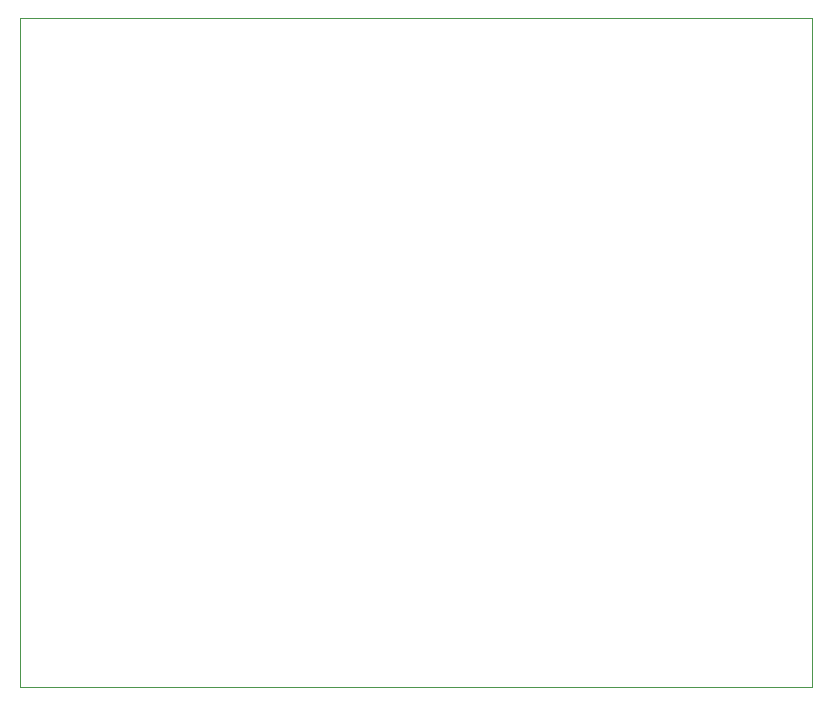
<source format=gbr>
%TF.GenerationSoftware,KiCad,Pcbnew,(6.0.8-1)-1*%
%TF.CreationDate,2022-10-16T10:23:05+02:00*%
%TF.ProjectId,HP6632B_relay_board,48503636-3332-4425-9f72-656c61795f62,rev?*%
%TF.SameCoordinates,Original*%
%TF.FileFunction,Profile,NP*%
%FSLAX46Y46*%
G04 Gerber Fmt 4.6, Leading zero omitted, Abs format (unit mm)*
G04 Created by KiCad (PCBNEW (6.0.8-1)-1) date 2022-10-16 10:23:05*
%MOMM*%
%LPD*%
G01*
G04 APERTURE LIST*
%TA.AperFunction,Profile*%
%ADD10C,0.100000*%
%TD*%
G04 APERTURE END LIST*
D10*
X157226000Y-83820000D02*
X157226000Y-27178000D01*
X157226000Y-27178000D02*
X90170000Y-27178000D01*
X90170000Y-83820000D02*
X157226000Y-83820000D01*
X90170000Y-27178000D02*
X90170000Y-83820000D01*
M02*

</source>
